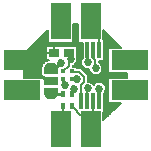
<source format=gtl>
G04 DipTrace 3.0.0.2*
G04 DRV2605L_ADJUSTED2.gtl*
%MOIN*%
G04 #@! TF.FileFunction,Copper,L1,Top*
G04 #@! TF.Part,Single*
%AMOUTLINE9*
4,1,11,
0.023622,-0.001144,
0.023622,-0.018467,
-0.023622,-0.018467,
-0.023622,-0.001144,
-0.02126,0.005155,
-0.015748,0.013029,
-0.007874,0.016967,
0.0,0.018467,
0.007874,0.016966,
0.015748,0.013029,
0.02126,0.005155,
0.023622,-0.001144,
0*%
%AMOUTLINE12*
4,1,11,
-0.023622,0.001144,
-0.023622,0.018467,
0.023622,0.018467,
0.023622,0.001144,
0.02126,-0.005155,
0.015748,-0.013029,
0.007874,-0.016967,
0.0,-0.018467,
-0.007874,-0.016966,
-0.015748,-0.013029,
-0.02126,-0.005155,
-0.023622,0.001144,
0*%
G04 #@! TA.AperFunction,Conductor*
%ADD13C,0.008*%
%ADD14C,0.01*%
G04 #@! TA.AperFunction,CopperBalancing*
%ADD15C,0.006*%
%ADD16R,0.035433X0.027559*%
%ADD18R,0.017717X0.011811*%
G04 #@! TA.AperFunction,ComponentPad*
%ADD19R,0.062992X0.066929*%
%ADD20R,0.08X0.066929*%
%ADD21R,0.066929X0.062992*%
%ADD22R,0.066929X0.08*%
%ADD24R,0.047244X0.029*%
%ADD26R,0.015748X0.019685*%
%ADD28R,0.011811X0.05315*%
%ADD31R,0.07874X0.066929*%
%ADD32R,0.066929X0.07874*%
G04 #@! TA.AperFunction,ViaPad*
%ADD33C,0.027*%
%ADD72OUTLINE9*%
%ADD75OUTLINE12*%
%FSLAX26Y26*%
G04*
G70*
G90*
G75*
G01*
G04 Top*
%LPD*%
X399822Y249894D2*
D13*
X349822D1*
X158058Y188106D2*
Y175340D1*
X163934Y169463D1*
X-178Y149894D2*
X49822D1*
X158058Y213303D2*
X177222Y232467D1*
Y253761D1*
X182881D1*
X258822Y284539D2*
Y257814D1*
X264310Y252325D1*
Y223127D1*
X266713D1*
X182881Y253761D2*
X184236D1*
Y267631D1*
X178104Y273764D1*
X186601Y137579D2*
D14*
Y147264D1*
X192870Y153533D1*
X116421Y223697D2*
X132157D1*
X149244Y240783D1*
X152218D1*
X116421Y137697D2*
X158924D1*
X159042Y137579D1*
X249822Y399894D2*
D15*
Y349894D1*
X278507Y284539D2*
Y321209D1*
X249822Y349894D1*
X149822Y399894D2*
D13*
Y349894D1*
X239136Y284539D2*
Y242969D1*
X240180D1*
X399822Y149894D2*
X349822D1*
X339622Y160093D1*
X187585Y188106D2*
X202594D1*
X203822Y186879D1*
X278507Y115248D2*
Y156167D1*
X278289D1*
X149822Y-106D2*
Y49894D1*
X159042Y98209D2*
Y59114D1*
X149822Y49894D1*
X239136Y115248D2*
Y155615D1*
X240303Y156782D1*
X249822Y-106D2*
D15*
Y49894D1*
X186601Y98209D2*
D13*
X188476D1*
X205703Y80982D1*
Y79444D1*
X234566Y50581D1*
X249134D1*
X249822Y49894D1*
X258822Y115248D2*
D15*
Y58894D1*
X249822Y49894D1*
X-178Y249894D2*
X49822D1*
X116421Y180697D2*
D14*
X102606D1*
X89664Y193639D1*
X86497D1*
X49822Y230315D1*
Y249894D1*
X219451Y284539D2*
D15*
X216948D1*
Y233459D1*
X253286Y197121D1*
X280613D1*
X298192Y214699D1*
X300331Y216839D1*
Y282400D1*
X298192Y284539D1*
Y115248D2*
X301371D1*
X309247Y123123D1*
Y214699D1*
X298192D1*
X219451Y115248D2*
D13*
X216552D1*
Y166314D1*
X228802Y178563D1*
Y195186D1*
X211699Y212289D1*
X188600D1*
X187585Y213303D1*
D33*
X240180Y242969D3*
X240303Y156782D3*
X203822Y186879D3*
X163934Y169463D3*
X192870Y153533D3*
X182881Y253761D3*
X152218Y240783D3*
X266713Y223127D3*
X278289Y156167D3*
X193140Y365041D2*
D15*
X206566D1*
X193140Y359172D2*
X206566D1*
X193140Y353303D2*
X206566D1*
X193140Y347434D2*
X206566D1*
X99577Y341566D2*
X106534D1*
X193140D2*
X206566D1*
X293077D2*
X300034D1*
X93672Y335697D2*
X106534D1*
X193140D2*
X206566D1*
X293077D2*
X305940D1*
X87858Y329828D2*
X106534D1*
X193140D2*
X206566D1*
X293077D2*
X311753D1*
X81953Y323959D2*
X106534D1*
X193140D2*
X206566D1*
X293077D2*
X317659D1*
X76046Y318091D2*
X106534D1*
X193140D2*
X206566D1*
X294202D2*
X323566D1*
X70234Y312222D2*
X106534D1*
X193140D2*
X206566D1*
X294202D2*
X329378D1*
X64328Y306353D2*
X223440D1*
X294202D2*
X335283D1*
X58516Y300484D2*
X223440D1*
X294202D2*
X341096D1*
X52609Y294615D2*
X99409D1*
X205609D2*
X223440D1*
X294202D2*
X347003D1*
X46702Y288747D2*
X99409D1*
X205609D2*
X223440D1*
X294202D2*
X308471D1*
X40890Y282878D2*
X99409D1*
X205609D2*
X223440D1*
X294202D2*
X308471D1*
X34984Y277009D2*
X99409D1*
X205609D2*
X223440D1*
X294202D2*
X308471D1*
X29406Y271140D2*
X99409D1*
X205609D2*
X223440D1*
X294202D2*
X308471D1*
X29406Y265272D2*
X99409D1*
X205609D2*
X223440D1*
X294202D2*
X308471D1*
X29406Y259403D2*
X99409D1*
X205609D2*
X223440D1*
X294202D2*
X308471D1*
X29406Y253534D2*
X99409D1*
X206172D2*
X219503D1*
X294202D2*
X308471D1*
X29406Y247665D2*
X101283D1*
X205421D2*
X217346D1*
X278172D2*
X308471D1*
X29406Y241797D2*
X92378D1*
X202797D2*
X216878D1*
X280234D2*
X308471D1*
X29406Y235928D2*
X88253D1*
X197546D2*
X218003D1*
X286046D2*
X308471D1*
X29406Y230059D2*
X85159D1*
X190797D2*
X220909D1*
X288953D2*
X308471D1*
X29406Y224190D2*
X83096D1*
X218077D2*
X226815D1*
X289984D2*
X308471D1*
X29406Y218322D2*
X83003D1*
X225016D2*
X243878D1*
X289516D2*
X308471D1*
X29406Y212453D2*
X82253D1*
X230828D2*
X246034D1*
X287358D2*
X308471D1*
X29406Y206584D2*
X82253D1*
X236734D2*
X250534D1*
X282858D2*
X370253D1*
X29406Y200715D2*
X82253D1*
X241421D2*
X262346D1*
X271046D2*
X370253D1*
X29406Y194846D2*
X82253D1*
X242640D2*
X370253D1*
X242640Y188978D2*
X308471D1*
X242640Y183109D2*
X308471D1*
X250797Y177240D2*
X269190D1*
X287358D2*
X308471D1*
X295797Y171371D2*
X308471D1*
X299640Y165503D2*
X308471D1*
X301328Y159634D2*
X308471D1*
X301516Y153765D2*
X308471D1*
X300016Y147896D2*
X308471D1*
X296640Y142028D2*
X308471D1*
X294202Y136159D2*
X308471D1*
X294202Y130290D2*
X308471D1*
X294202Y124421D2*
X308471D1*
X294202Y118552D2*
X308471D1*
X294202Y112684D2*
X308471D1*
X294202Y106815D2*
X348690D1*
X294202Y100946D2*
X342783D1*
X294202Y95077D2*
X336878D1*
X294202Y89209D2*
X331066D1*
X294202Y83340D2*
X325159D1*
X293077Y77471D2*
X319346D1*
X293077Y71602D2*
X313440D1*
X293077Y65734D2*
X307534D1*
X293077Y59865D2*
X301722D1*
X100566Y296783D2*
X205060D1*
X205098Y258604D1*
X205621Y253761D1*
X205423Y250770D1*
X204833Y247831D1*
X203862Y244995D1*
X202528Y242311D1*
X200850Y239825D1*
X198861Y237583D1*
X196594Y235621D1*
X194088Y233975D1*
X190409Y232350D1*
X190092Y229404D1*
X190487Y228449D1*
X205684D1*
Y225542D1*
X211699Y225529D1*
X214673Y225190D1*
X217496Y224193D1*
X220088Y222520D1*
X221062Y221651D1*
X238163Y204549D1*
X240028Y202206D1*
X241318Y199505D1*
X241967Y196490D1*
X242041Y195186D1*
Y179425D1*
X244125Y179198D1*
X247041Y178501D1*
X249839Y177427D1*
X252472Y175992D1*
X254894Y174224D1*
X257060Y172154D1*
X259471Y168934D1*
X262711Y172734D1*
X265026Y174639D1*
X267572Y176223D1*
X270303Y177458D1*
X273173Y178324D1*
X276133Y178804D1*
X279129Y178891D1*
X282110Y178583D1*
X285026Y177886D1*
X287824Y176811D1*
X290458Y175377D1*
X292879Y173609D1*
X295046Y171538D1*
X296923Y169201D1*
X298475Y166636D1*
X299677Y163890D1*
X300507Y161009D1*
X301029Y156167D1*
X300831Y153176D1*
X300241Y150236D1*
X299270Y147400D1*
X297936Y144717D1*
X296259Y142231D1*
X293631Y139437D1*
X293652Y79433D1*
X292433D1*
X292526Y69630D1*
Y50035D1*
X349656Y107218D1*
X309085Y107189D1*
Y192598D1*
X370866D1*
X370837Y207125D1*
X342558Y207189D1*
X309085D1*
Y292598D1*
X349680D1*
X292497Y349728D1*
X292526Y320411D1*
X293652Y320354D1*
Y248724D1*
X277621D1*
X277550Y243043D1*
X281302Y240570D1*
X283470Y238499D1*
X285346Y236161D1*
X286899Y233597D1*
X288101Y230850D1*
X288930Y227970D1*
X289453Y223127D1*
X289255Y220136D1*
X288665Y217197D1*
X287694Y214361D1*
X286358Y211677D1*
X284682Y209192D1*
X282693Y206949D1*
X280425Y204988D1*
X277920Y203341D1*
X275220Y202039D1*
X272371Y201104D1*
X269425Y200550D1*
X266432Y200390D1*
X263444Y200623D1*
X260512Y201249D1*
X257688Y202255D1*
X255021Y203623D1*
X252556Y205331D1*
X250339Y207348D1*
X248404Y209639D1*
X246790Y212164D1*
X245521Y214881D1*
X244619Y217739D1*
X244119Y220600D1*
X239900Y220230D1*
X236911Y220465D1*
X233979Y221091D1*
X231155Y222096D1*
X228488Y223465D1*
X226024Y225172D1*
X223806Y227189D1*
X221873Y229480D1*
X220257Y232005D1*
X218988Y234720D1*
X218088Y237580D1*
X217571Y240533D1*
X217446Y243529D1*
X217718Y246514D1*
X218379Y249438D1*
X219420Y252249D1*
X220822Y254900D1*
X222559Y257343D1*
X224028Y258919D1*
X223991Y309193D1*
X207117Y309157D1*
Y370938D1*
X192591Y370909D1*
X192526Y342630D1*
Y309157D1*
X107117D1*
Y349752D1*
X28764Y271348D1*
X28806Y192663D1*
X57085Y192598D1*
X82866D1*
X82812Y217251D1*
X83656D1*
X83559Y222552D1*
X84147Y225797D1*
X86619Y232375D1*
X89312Y236608D1*
X93104Y242025D1*
X94840Y243891D1*
X99223Y246332D1*
X104413Y248928D1*
X106818Y249740D1*
X111879Y250744D1*
X99966D1*
Y296783D1*
X100566D1*
X126923Y296772D2*
Y273764D1*
X99978D2*
X126923D1*
D16*
D3*
X178104D3*
D18*
X187585Y188106D3*
Y213303D3*
X158058D3*
Y188106D3*
D19*
X349822Y149894D3*
Y249894D3*
D20*
X399822Y149894D3*
Y249894D3*
D21*
X249822Y49894D3*
X149822D3*
D22*
X249822Y-106D3*
X149822D3*
D72*
X116421Y223697D3*
D75*
Y137697D3*
D24*
Y180697D3*
D21*
X149822Y349894D3*
X249822D3*
D22*
X149822Y399894D3*
X249822D3*
D19*
X49822Y149894D3*
Y249894D3*
D20*
X-178Y149894D3*
Y249894D3*
D26*
X159042Y98209D3*
X186601D3*
Y137579D3*
X159042D3*
D28*
X219451Y115248D3*
X239136D3*
X258822D3*
X278507D3*
X298192D3*
Y284539D3*
X278507D3*
X258822D3*
X239136D3*
X219451D3*
D31*
X39192Y149894D3*
Y249894D3*
D32*
X149822Y360524D3*
X249822D3*
D31*
X360451Y249894D3*
Y149894D3*
D32*
X149822Y39264D3*
X249822D3*
M02*

</source>
